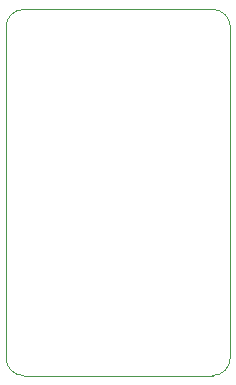
<source format=gbr>
G04 #@! TF.GenerationSoftware,KiCad,Pcbnew,5.1.9*
G04 #@! TF.CreationDate,2021-04-02T13:00:30+02:00*
G04 #@! TF.ProjectId,pressureSensorHolder,70726573-7375-4726-9553-656e736f7248,rev?*
G04 #@! TF.SameCoordinates,Original*
G04 #@! TF.FileFunction,Profile,NP*
%FSLAX46Y46*%
G04 Gerber Fmt 4.6, Leading zero omitted, Abs format (unit mm)*
G04 Created by KiCad (PCBNEW 5.1.9) date 2021-04-02 13:00:30*
%MOMM*%
%LPD*%
G01*
G04 APERTURE LIST*
G04 #@! TA.AperFunction,Profile*
%ADD10C,0.050000*%
G04 #@! TD*
G04 APERTURE END LIST*
D10*
X140942200Y-99157400D02*
G75*
G02*
X139442200Y-97657400I0J1500000D01*
G01*
X139442200Y-69657400D02*
G75*
G02*
X140942200Y-68157400I1500000J0D01*
G01*
X158442200Y-97657400D02*
G75*
G02*
X156942200Y-99157400I-1500000J0D01*
G01*
X156942200Y-68157400D02*
G75*
G02*
X158442200Y-69657400I0J-1500000D01*
G01*
X158442200Y-97657400D02*
X158442200Y-69657400D01*
X140942200Y-99157400D02*
X156942200Y-99157400D01*
X139442200Y-69657400D02*
X139442200Y-97657400D01*
X156942200Y-68157400D02*
X140942200Y-68157400D01*
M02*

</source>
